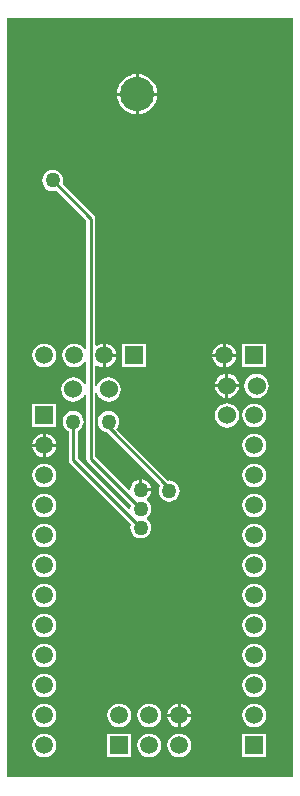
<source format=gbl>
G04 Layer_Physical_Order=2*
G04 Layer_Color=16711680*
%FSLAX24Y24*%
%MOIN*%
G70*
G01*
G75*
%ADD19C,0.0100*%
%ADD20C,0.0600*%
%ADD21R,0.0591X0.0591*%
%ADD22C,0.0591*%
%ADD23R,0.0591X0.0591*%
%ADD24C,0.0500*%
%ADD25C,0.1140*%
G36*
X9690Y153D02*
X153D01*
Y25438D01*
X9690D01*
Y153D01*
D02*
G37*
%LPC*%
G36*
X8386Y5603D02*
X8283Y5590D01*
X8186Y5550D01*
X8104Y5487D01*
X8041Y5404D01*
X8001Y5308D01*
X7987Y5205D01*
X8001Y5102D01*
X8041Y5005D01*
X8104Y4923D01*
X8186Y4859D01*
X8283Y4820D01*
X8386Y4806D01*
X8489Y4820D01*
X8585Y4859D01*
X8668Y4923D01*
X8731Y5005D01*
X8771Y5102D01*
X8785Y5205D01*
X8771Y5308D01*
X8731Y5404D01*
X8668Y5487D01*
X8585Y5550D01*
X8489Y5590D01*
X8386Y5603D01*
D02*
G37*
G36*
X1386Y6603D02*
X1283Y6590D01*
X1186Y6550D01*
X1104Y6487D01*
X1041Y6404D01*
X1001Y6308D01*
X987Y6205D01*
X1001Y6102D01*
X1041Y6005D01*
X1104Y5923D01*
X1186Y5859D01*
X1283Y5820D01*
X1386Y5806D01*
X1489Y5820D01*
X1585Y5859D01*
X1668Y5923D01*
X1731Y6005D01*
X1771Y6102D01*
X1785Y6205D01*
X1771Y6308D01*
X1731Y6404D01*
X1668Y6487D01*
X1585Y6550D01*
X1489Y6590D01*
X1386Y6603D01*
D02*
G37*
G36*
X8386D02*
X8283Y6590D01*
X8186Y6550D01*
X8104Y6487D01*
X8041Y6404D01*
X8001Y6308D01*
X7987Y6205D01*
X8001Y6102D01*
X8041Y6005D01*
X8104Y5923D01*
X8186Y5859D01*
X8283Y5820D01*
X8386Y5806D01*
X8489Y5820D01*
X8585Y5859D01*
X8668Y5923D01*
X8731Y6005D01*
X8771Y6102D01*
X8785Y6205D01*
X8771Y6308D01*
X8731Y6404D01*
X8668Y6487D01*
X8585Y6550D01*
X8489Y6590D01*
X8386Y6603D01*
D02*
G37*
G36*
X1386Y5603D02*
X1283Y5590D01*
X1186Y5550D01*
X1104Y5487D01*
X1041Y5404D01*
X1001Y5308D01*
X987Y5205D01*
X1001Y5102D01*
X1041Y5005D01*
X1104Y4923D01*
X1186Y4859D01*
X1283Y4820D01*
X1386Y4806D01*
X1489Y4820D01*
X1585Y4859D01*
X1668Y4923D01*
X1731Y5005D01*
X1771Y5102D01*
X1785Y5205D01*
X1771Y5308D01*
X1731Y5404D01*
X1668Y5487D01*
X1585Y5550D01*
X1489Y5590D01*
X1386Y5603D01*
D02*
G37*
G36*
X8386Y3603D02*
X8283Y3590D01*
X8186Y3550D01*
X8104Y3487D01*
X8041Y3404D01*
X8001Y3308D01*
X7987Y3205D01*
X8001Y3102D01*
X8041Y3005D01*
X8104Y2923D01*
X8186Y2859D01*
X8283Y2820D01*
X8386Y2806D01*
X8489Y2820D01*
X8585Y2859D01*
X8668Y2923D01*
X8731Y3005D01*
X8771Y3102D01*
X8785Y3205D01*
X8771Y3308D01*
X8731Y3404D01*
X8668Y3487D01*
X8585Y3550D01*
X8489Y3590D01*
X8386Y3603D01*
D02*
G37*
G36*
X1386Y4603D02*
X1283Y4590D01*
X1186Y4550D01*
X1104Y4487D01*
X1041Y4404D01*
X1001Y4308D01*
X987Y4205D01*
X1001Y4102D01*
X1041Y4005D01*
X1104Y3923D01*
X1186Y3859D01*
X1283Y3820D01*
X1386Y3806D01*
X1489Y3820D01*
X1585Y3859D01*
X1668Y3923D01*
X1731Y4005D01*
X1771Y4102D01*
X1785Y4205D01*
X1771Y4308D01*
X1731Y4404D01*
X1668Y4487D01*
X1585Y4550D01*
X1489Y4590D01*
X1386Y4603D01*
D02*
G37*
G36*
X8386D02*
X8283Y4590D01*
X8186Y4550D01*
X8104Y4487D01*
X8041Y4404D01*
X8001Y4308D01*
X7987Y4205D01*
X8001Y4102D01*
X8041Y4005D01*
X8104Y3923D01*
X8186Y3859D01*
X8283Y3820D01*
X8386Y3806D01*
X8489Y3820D01*
X8585Y3859D01*
X8668Y3923D01*
X8731Y4005D01*
X8771Y4102D01*
X8785Y4205D01*
X8771Y4308D01*
X8731Y4404D01*
X8668Y4487D01*
X8585Y4550D01*
X8489Y4590D01*
X8386Y4603D01*
D02*
G37*
G36*
X1386Y9603D02*
X1283Y9590D01*
X1186Y9550D01*
X1104Y9487D01*
X1041Y9404D01*
X1001Y9308D01*
X987Y9205D01*
X1001Y9102D01*
X1041Y9005D01*
X1104Y8923D01*
X1186Y8859D01*
X1283Y8820D01*
X1386Y8806D01*
X1489Y8820D01*
X1585Y8859D01*
X1668Y8923D01*
X1731Y9005D01*
X1771Y9102D01*
X1785Y9205D01*
X1771Y9308D01*
X1731Y9404D01*
X1668Y9487D01*
X1585Y9550D01*
X1489Y9590D01*
X1386Y9603D01*
D02*
G37*
G36*
X8386D02*
X8283Y9590D01*
X8186Y9550D01*
X8104Y9487D01*
X8041Y9404D01*
X8001Y9308D01*
X7987Y9205D01*
X8001Y9102D01*
X8041Y9005D01*
X8104Y8923D01*
X8186Y8859D01*
X8283Y8820D01*
X8386Y8806D01*
X8489Y8820D01*
X8585Y8859D01*
X8668Y8923D01*
X8731Y9005D01*
X8771Y9102D01*
X8785Y9205D01*
X8771Y9308D01*
X8731Y9404D01*
X8668Y9487D01*
X8585Y9550D01*
X8489Y9590D01*
X8386Y9603D01*
D02*
G37*
G36*
X3533Y12351D02*
X3442Y12339D01*
X3357Y12304D01*
X3284Y12248D01*
X3228Y12175D01*
X3192Y12089D01*
X3180Y11998D01*
X3192Y11907D01*
X3228Y11822D01*
X3284Y11748D01*
X3357Y11692D01*
X3442Y11657D01*
X3476Y11653D01*
X5255Y9874D01*
X5245Y9862D01*
X5210Y9776D01*
X5198Y9685D01*
X5210Y9594D01*
X5245Y9509D01*
X5302Y9435D01*
X5375Y9379D01*
X5460Y9344D01*
X5551Y9332D01*
X5643Y9344D01*
X5728Y9379D01*
X5801Y9435D01*
X5857Y9509D01*
X5892Y9594D01*
X5904Y9685D01*
X5892Y9776D01*
X5857Y9862D01*
X5801Y9935D01*
X5728Y9991D01*
X5643Y10026D01*
X5551Y10038D01*
X5526Y10035D01*
X3796Y11765D01*
X3839Y11822D01*
X3874Y11907D01*
X3886Y11998D01*
X3874Y12089D01*
X3839Y12175D01*
X3783Y12248D01*
X3710Y12304D01*
X3625Y12339D01*
X3533Y12351D01*
D02*
G37*
G36*
X8386Y8603D02*
X8283Y8590D01*
X8186Y8550D01*
X8104Y8487D01*
X8041Y8404D01*
X8001Y8308D01*
X7987Y8205D01*
X8001Y8102D01*
X8041Y8005D01*
X8104Y7923D01*
X8186Y7859D01*
X8283Y7820D01*
X8386Y7806D01*
X8489Y7820D01*
X8585Y7859D01*
X8668Y7923D01*
X8731Y8005D01*
X8771Y8102D01*
X8785Y8205D01*
X8771Y8308D01*
X8731Y8404D01*
X8668Y8487D01*
X8585Y8550D01*
X8489Y8590D01*
X8386Y8603D01*
D02*
G37*
G36*
X1386Y7603D02*
X1283Y7590D01*
X1186Y7550D01*
X1104Y7487D01*
X1041Y7404D01*
X1001Y7308D01*
X987Y7205D01*
X1001Y7102D01*
X1041Y7005D01*
X1104Y6923D01*
X1186Y6859D01*
X1283Y6820D01*
X1386Y6806D01*
X1489Y6820D01*
X1585Y6859D01*
X1668Y6923D01*
X1731Y7005D01*
X1771Y7102D01*
X1785Y7205D01*
X1771Y7308D01*
X1731Y7404D01*
X1668Y7487D01*
X1585Y7550D01*
X1489Y7590D01*
X1386Y7603D01*
D02*
G37*
G36*
X8386D02*
X8283Y7590D01*
X8186Y7550D01*
X8104Y7487D01*
X8041Y7404D01*
X8001Y7308D01*
X7987Y7205D01*
X8001Y7102D01*
X8041Y7005D01*
X8104Y6923D01*
X8186Y6859D01*
X8283Y6820D01*
X8386Y6806D01*
X8489Y6820D01*
X8585Y6859D01*
X8668Y6923D01*
X8731Y7005D01*
X8771Y7102D01*
X8785Y7205D01*
X8771Y7308D01*
X8731Y7404D01*
X8668Y7487D01*
X8585Y7550D01*
X8489Y7590D01*
X8386Y7603D01*
D02*
G37*
G36*
X1386Y8603D02*
X1283Y8590D01*
X1186Y8550D01*
X1104Y8487D01*
X1041Y8404D01*
X1001Y8308D01*
X987Y8205D01*
X1001Y8102D01*
X1041Y8005D01*
X1104Y7923D01*
X1186Y7859D01*
X1283Y7820D01*
X1386Y7806D01*
X1489Y7820D01*
X1585Y7859D01*
X1668Y7923D01*
X1731Y8005D01*
X1771Y8102D01*
X1785Y8205D01*
X1771Y8308D01*
X1731Y8404D01*
X1668Y8487D01*
X1585Y8550D01*
X1489Y8590D01*
X1386Y8603D01*
D02*
G37*
G36*
X8781Y1600D02*
X7991D01*
Y809D01*
X8781D01*
Y1600D01*
D02*
G37*
G36*
X1386Y2603D02*
X1283Y2590D01*
X1186Y2550D01*
X1104Y2487D01*
X1041Y2404D01*
X1001Y2308D01*
X987Y2205D01*
X1001Y2102D01*
X1041Y2005D01*
X1104Y1923D01*
X1186Y1859D01*
X1283Y1820D01*
X1386Y1806D01*
X1489Y1820D01*
X1585Y1859D01*
X1668Y1923D01*
X1731Y2005D01*
X1771Y2102D01*
X1785Y2205D01*
X1771Y2308D01*
X1731Y2404D01*
X1668Y2487D01*
X1585Y2550D01*
X1489Y2590D01*
X1386Y2603D01*
D02*
G37*
G36*
X3886D02*
X3783Y2590D01*
X3686Y2550D01*
X3604Y2487D01*
X3541Y2404D01*
X3501Y2308D01*
X3487Y2205D01*
X3501Y2102D01*
X3541Y2005D01*
X3604Y1923D01*
X3686Y1859D01*
X3783Y1820D01*
X3886Y1806D01*
X3989Y1820D01*
X4085Y1859D01*
X4168Y1923D01*
X4231Y2005D01*
X4271Y2102D01*
X4285Y2205D01*
X4271Y2308D01*
X4231Y2404D01*
X4168Y2487D01*
X4085Y2550D01*
X3989Y2590D01*
X3886Y2603D01*
D02*
G37*
G36*
X4281Y1600D02*
X3491D01*
Y809D01*
X4281D01*
Y1600D01*
D02*
G37*
G36*
X1386Y1603D02*
X1283Y1590D01*
X1186Y1550D01*
X1104Y1487D01*
X1041Y1404D01*
X1001Y1308D01*
X987Y1205D01*
X1001Y1102D01*
X1041Y1005D01*
X1104Y923D01*
X1186Y859D01*
X1283Y820D01*
X1386Y806D01*
X1489Y820D01*
X1585Y859D01*
X1668Y923D01*
X1731Y1005D01*
X1771Y1102D01*
X1785Y1205D01*
X1771Y1308D01*
X1731Y1404D01*
X1668Y1487D01*
X1585Y1550D01*
X1489Y1590D01*
X1386Y1603D01*
D02*
G37*
G36*
X4886D02*
X4783Y1590D01*
X4686Y1550D01*
X4604Y1487D01*
X4541Y1404D01*
X4501Y1308D01*
X4487Y1205D01*
X4501Y1102D01*
X4541Y1005D01*
X4604Y923D01*
X4686Y859D01*
X4783Y820D01*
X4886Y806D01*
X4989Y820D01*
X5085Y859D01*
X5168Y923D01*
X5231Y1005D01*
X5271Y1102D01*
X5285Y1205D01*
X5271Y1308D01*
X5231Y1404D01*
X5168Y1487D01*
X5085Y1550D01*
X4989Y1590D01*
X4886Y1603D01*
D02*
G37*
G36*
X5886D02*
X5783Y1590D01*
X5686Y1550D01*
X5604Y1487D01*
X5541Y1404D01*
X5501Y1308D01*
X5487Y1205D01*
X5501Y1102D01*
X5541Y1005D01*
X5604Y923D01*
X5686Y859D01*
X5783Y820D01*
X5886Y806D01*
X5989Y820D01*
X6085Y859D01*
X6168Y923D01*
X6231Y1005D01*
X6271Y1102D01*
X6285Y1205D01*
X6271Y1308D01*
X6231Y1404D01*
X6168Y1487D01*
X6085Y1550D01*
X5989Y1590D01*
X5886Y1603D01*
D02*
G37*
G36*
X5836Y2597D02*
X5783Y2590D01*
X5686Y2550D01*
X5604Y2487D01*
X5541Y2404D01*
X5501Y2308D01*
X5494Y2255D01*
X5836D01*
Y2597D01*
D02*
G37*
G36*
X5936D02*
Y2255D01*
X6278D01*
X6271Y2308D01*
X6231Y2404D01*
X6168Y2487D01*
X6085Y2550D01*
X5989Y2590D01*
X5936Y2597D01*
D02*
G37*
G36*
X1386Y3603D02*
X1283Y3590D01*
X1186Y3550D01*
X1104Y3487D01*
X1041Y3404D01*
X1001Y3308D01*
X987Y3205D01*
X1001Y3102D01*
X1041Y3005D01*
X1104Y2923D01*
X1186Y2859D01*
X1283Y2820D01*
X1386Y2806D01*
X1489Y2820D01*
X1585Y2859D01*
X1668Y2923D01*
X1731Y3005D01*
X1771Y3102D01*
X1785Y3205D01*
X1771Y3308D01*
X1731Y3404D01*
X1668Y3487D01*
X1585Y3550D01*
X1489Y3590D01*
X1386Y3603D01*
D02*
G37*
G36*
X6278Y2155D02*
X5936D01*
Y1813D01*
X5989Y1820D01*
X6085Y1859D01*
X6168Y1923D01*
X6231Y2005D01*
X6271Y2102D01*
X6278Y2155D01*
D02*
G37*
G36*
X4886Y2603D02*
X4783Y2590D01*
X4686Y2550D01*
X4604Y2487D01*
X4541Y2404D01*
X4501Y2308D01*
X4487Y2205D01*
X4501Y2102D01*
X4541Y2005D01*
X4604Y1923D01*
X4686Y1859D01*
X4783Y1820D01*
X4886Y1806D01*
X4989Y1820D01*
X5085Y1859D01*
X5168Y1923D01*
X5231Y2005D01*
X5271Y2102D01*
X5285Y2205D01*
X5271Y2308D01*
X5231Y2404D01*
X5168Y2487D01*
X5085Y2550D01*
X4989Y2590D01*
X4886Y2603D01*
D02*
G37*
G36*
X8386D02*
X8283Y2590D01*
X8186Y2550D01*
X8104Y2487D01*
X8041Y2404D01*
X8001Y2308D01*
X7987Y2205D01*
X8001Y2102D01*
X8041Y2005D01*
X8104Y1923D01*
X8186Y1859D01*
X8283Y1820D01*
X8386Y1806D01*
X8489Y1820D01*
X8585Y1859D01*
X8668Y1923D01*
X8731Y2005D01*
X8771Y2102D01*
X8785Y2205D01*
X8771Y2308D01*
X8731Y2404D01*
X8668Y2487D01*
X8585Y2550D01*
X8489Y2590D01*
X8386Y2603D01*
D02*
G37*
G36*
X5836Y2155D02*
X5494D01*
X5501Y2102D01*
X5541Y2005D01*
X5604Y1923D01*
X5686Y1859D01*
X5783Y1820D01*
X5836Y1813D01*
Y2155D01*
D02*
G37*
G36*
X4656Y10071D02*
Y9774D01*
X4953D01*
X4947Y9816D01*
X4912Y9901D01*
X4856Y9974D01*
X4783Y10030D01*
X4698Y10065D01*
X4656Y10071D01*
D02*
G37*
G36*
X3778Y14155D02*
X3436D01*
Y13813D01*
X3489Y13820D01*
X3585Y13859D01*
X3668Y13923D01*
X3731Y14005D01*
X3771Y14102D01*
X3778Y14155D01*
D02*
G37*
G36*
X7778D02*
X7436D01*
Y13813D01*
X7489Y13820D01*
X7585Y13859D01*
X7668Y13923D01*
X7731Y14005D01*
X7771Y14102D01*
X7778Y14155D01*
D02*
G37*
G36*
X7336Y14597D02*
X7283Y14590D01*
X7186Y14550D01*
X7104Y14487D01*
X7041Y14404D01*
X7001Y14308D01*
X6994Y14255D01*
X7336D01*
Y14597D01*
D02*
G37*
G36*
Y14155D02*
X6994D01*
X7001Y14102D01*
X7041Y14005D01*
X7104Y13923D01*
X7186Y13859D01*
X7283Y13820D01*
X7336Y13813D01*
Y14155D01*
D02*
G37*
G36*
X1386Y14603D02*
X1283Y14590D01*
X1186Y14550D01*
X1104Y14487D01*
X1041Y14404D01*
X1001Y14308D01*
X987Y14205D01*
X1001Y14102D01*
X1041Y14005D01*
X1104Y13923D01*
X1186Y13859D01*
X1283Y13820D01*
X1386Y13806D01*
X1489Y13820D01*
X1585Y13859D01*
X1668Y13923D01*
X1731Y14005D01*
X1771Y14102D01*
X1785Y14205D01*
X1771Y14308D01*
X1731Y14404D01*
X1668Y14487D01*
X1585Y14550D01*
X1489Y14590D01*
X1386Y14603D01*
D02*
G37*
G36*
X4781Y14600D02*
X3991D01*
Y13809D01*
X4781D01*
Y14600D01*
D02*
G37*
G36*
X8781D02*
X7991D01*
Y13809D01*
X8781D01*
Y14600D01*
D02*
G37*
G36*
X5157Y22863D02*
X4538D01*
Y22245D01*
X4620Y22253D01*
X4746Y22291D01*
X4862Y22354D01*
X4964Y22437D01*
X5048Y22539D01*
X5110Y22656D01*
X5149Y22782D01*
X5157Y22863D01*
D02*
G37*
G36*
X4438Y23582D02*
X4357Y23574D01*
X4231Y23535D01*
X4114Y23473D01*
X4012Y23389D01*
X3928Y23287D01*
X3866Y23171D01*
X3828Y23045D01*
X3820Y22963D01*
X4438D01*
Y23582D01*
D02*
G37*
G36*
X4538D02*
Y22963D01*
X5157D01*
X5149Y23045D01*
X5110Y23171D01*
X5048Y23287D01*
X4964Y23389D01*
X4862Y23473D01*
X4746Y23535D01*
X4620Y23574D01*
X4538Y23582D01*
D02*
G37*
G36*
X4438Y22863D02*
X3820D01*
X3828Y22782D01*
X3866Y22656D01*
X3928Y22539D01*
X4012Y22437D01*
X4114Y22354D01*
X4231Y22291D01*
X4357Y22253D01*
X4438Y22245D01*
Y22863D01*
D02*
G37*
G36*
X3436Y14597D02*
Y14255D01*
X3778D01*
X3771Y14308D01*
X3731Y14404D01*
X3668Y14487D01*
X3585Y14550D01*
X3489Y14590D01*
X3436Y14597D01*
D02*
G37*
G36*
X7436D02*
Y14255D01*
X7778D01*
X7771Y14308D01*
X7731Y14404D01*
X7668Y14487D01*
X7585Y14550D01*
X7489Y14590D01*
X7436Y14597D01*
D02*
G37*
G36*
X1672Y20392D02*
X1580Y20380D01*
X1495Y20345D01*
X1422Y20289D01*
X1366Y20216D01*
X1331Y20131D01*
X1319Y20039D01*
X1331Y19948D01*
X1366Y19863D01*
X1422Y19790D01*
X1495Y19734D01*
X1580Y19698D01*
X1672Y19686D01*
X1763Y19698D01*
X1786Y19708D01*
X2788Y18707D01*
Y14398D01*
X2738Y14388D01*
X2731Y14404D01*
X2668Y14487D01*
X2585Y14550D01*
X2489Y14590D01*
X2386Y14603D01*
X2283Y14590D01*
X2186Y14550D01*
X2104Y14487D01*
X2041Y14404D01*
X2001Y14308D01*
X1987Y14205D01*
X2001Y14102D01*
X2041Y14005D01*
X2104Y13923D01*
X2186Y13859D01*
X2283Y13820D01*
X2386Y13806D01*
X2489Y13820D01*
X2585Y13859D01*
X2668Y13923D01*
X2731Y14005D01*
X2738Y14021D01*
X2788Y14011D01*
Y13220D01*
X2738Y13210D01*
X2712Y13273D01*
X2647Y13356D01*
X2564Y13420D01*
X2467Y13461D01*
X2362Y13474D01*
X2258Y13461D01*
X2160Y13420D01*
X2077Y13356D01*
X2013Y13273D01*
X1972Y13175D01*
X1959Y13071D01*
X1972Y12966D01*
X2013Y12869D01*
X2077Y12786D01*
X2160Y12721D01*
X2258Y12681D01*
X2362Y12667D01*
X2467Y12681D01*
X2564Y12721D01*
X2647Y12786D01*
X2712Y12869D01*
X2738Y12932D01*
X2788Y12922D01*
Y10760D01*
X2799Y10702D01*
X2832Y10652D01*
X4275Y9209D01*
X4265Y9186D01*
X4254Y9103D01*
X4210Y9077D01*
X2505Y10782D01*
Y11683D01*
X2529Y11692D01*
X2602Y11748D01*
X2658Y11822D01*
X2693Y11907D01*
X2705Y11998D01*
X2693Y12089D01*
X2658Y12175D01*
X2602Y12248D01*
X2529Y12304D01*
X2444Y12339D01*
X2352Y12351D01*
X2261Y12339D01*
X2176Y12304D01*
X2103Y12248D01*
X2047Y12175D01*
X2011Y12089D01*
X1999Y11998D01*
X2011Y11907D01*
X2047Y11822D01*
X2103Y11748D01*
X2176Y11692D01*
X2199Y11683D01*
Y10718D01*
X2211Y10660D01*
X2244Y10610D01*
X4275Y8580D01*
X4265Y8556D01*
X4253Y8465D01*
X4265Y8373D01*
X4301Y8288D01*
X4357Y8215D01*
X4430Y8159D01*
X4515Y8124D01*
X4606Y8112D01*
X4698Y8124D01*
X4783Y8159D01*
X4856Y8215D01*
X4912Y8288D01*
X4947Y8373D01*
X4959Y8465D01*
X4947Y8556D01*
X4912Y8641D01*
X4856Y8714D01*
X4811Y8749D01*
Y8811D01*
X4856Y8845D01*
X4912Y8918D01*
X4947Y9003D01*
X4959Y9094D01*
X4947Y9186D01*
X4912Y9271D01*
X4856Y9344D01*
X4811Y9378D01*
X4811Y9440D01*
X4856Y9475D01*
X4912Y9548D01*
X4947Y9633D01*
X4953Y9674D01*
X4606D01*
Y9724D01*
X4556D01*
Y10071D01*
X4515Y10065D01*
X4430Y10030D01*
X4357Y9974D01*
X4301Y9901D01*
X4265Y9816D01*
X4254Y9733D01*
X4210Y9707D01*
X3093Y10824D01*
Y12965D01*
X3143Y12968D01*
X3144Y12966D01*
X3184Y12869D01*
X3248Y12786D01*
X3332Y12721D01*
X3429Y12681D01*
X3533Y12667D01*
X3638Y12681D01*
X3735Y12721D01*
X3819Y12786D01*
X3883Y12869D01*
X3923Y12966D01*
X3937Y13071D01*
X3923Y13175D01*
X3883Y13273D01*
X3819Y13356D01*
X3735Y13420D01*
X3638Y13461D01*
X3533Y13474D01*
X3429Y13461D01*
X3332Y13420D01*
X3248Y13356D01*
X3184Y13273D01*
X3144Y13175D01*
X3143Y13173D01*
X3093Y13177D01*
Y13868D01*
X3143Y13892D01*
X3186Y13859D01*
X3283Y13820D01*
X3336Y13813D01*
Y14205D01*
Y14597D01*
X3283Y14590D01*
X3186Y14550D01*
X3143Y14517D01*
X3093Y14542D01*
Y18770D01*
X3082Y18829D01*
X3049Y18879D01*
X2003Y19924D01*
X2013Y19948D01*
X2025Y20039D01*
X2013Y20131D01*
X1977Y20216D01*
X1921Y20289D01*
X1848Y20345D01*
X1763Y20380D01*
X1672Y20392D01*
D02*
G37*
G36*
X7530Y13586D02*
Y13239D01*
X7877D01*
X7870Y13293D01*
X7830Y13391D01*
X7766Y13474D01*
X7682Y13538D01*
X7585Y13579D01*
X7530Y13586D01*
D02*
G37*
G36*
X1778Y11155D02*
X1436D01*
Y10813D01*
X1489Y10820D01*
X1585Y10859D01*
X1668Y10923D01*
X1731Y11005D01*
X1771Y11102D01*
X1778Y11155D01*
D02*
G37*
G36*
X1336Y11597D02*
X1283Y11590D01*
X1186Y11550D01*
X1104Y11487D01*
X1041Y11404D01*
X1001Y11308D01*
X994Y11255D01*
X1336D01*
Y11597D01*
D02*
G37*
G36*
X1436D02*
Y11255D01*
X1778D01*
X1771Y11308D01*
X1731Y11404D01*
X1668Y11487D01*
X1585Y11550D01*
X1489Y11590D01*
X1436Y11597D01*
D02*
G37*
G36*
X1336Y11155D02*
X994D01*
X1001Y11102D01*
X1041Y11005D01*
X1104Y10923D01*
X1186Y10859D01*
X1283Y10820D01*
X1336Y10813D01*
Y11155D01*
D02*
G37*
G36*
X1386Y10603D02*
X1283Y10590D01*
X1186Y10550D01*
X1104Y10487D01*
X1041Y10404D01*
X1001Y10308D01*
X987Y10205D01*
X1001Y10102D01*
X1041Y10005D01*
X1104Y9923D01*
X1186Y9859D01*
X1283Y9820D01*
X1386Y9806D01*
X1489Y9820D01*
X1585Y9859D01*
X1668Y9923D01*
X1731Y10005D01*
X1771Y10102D01*
X1785Y10205D01*
X1771Y10308D01*
X1731Y10404D01*
X1668Y10487D01*
X1585Y10550D01*
X1489Y10590D01*
X1386Y10603D01*
D02*
G37*
G36*
X8386D02*
X8283Y10590D01*
X8186Y10550D01*
X8104Y10487D01*
X8041Y10404D01*
X8001Y10308D01*
X7987Y10205D01*
X8001Y10102D01*
X8041Y10005D01*
X8104Y9923D01*
X8186Y9859D01*
X8283Y9820D01*
X8386Y9806D01*
X8489Y9820D01*
X8585Y9859D01*
X8668Y9923D01*
X8731Y10005D01*
X8771Y10102D01*
X8785Y10205D01*
X8771Y10308D01*
X8731Y10404D01*
X8668Y10487D01*
X8585Y10550D01*
X8489Y10590D01*
X8386Y10603D01*
D02*
G37*
G36*
Y11603D02*
X8283Y11590D01*
X8186Y11550D01*
X8104Y11487D01*
X8041Y11404D01*
X8001Y11308D01*
X7987Y11205D01*
X8001Y11102D01*
X8041Y11005D01*
X8104Y10923D01*
X8186Y10859D01*
X8283Y10820D01*
X8386Y10806D01*
X8489Y10820D01*
X8585Y10859D01*
X8668Y10923D01*
X8731Y11005D01*
X8771Y11102D01*
X8785Y11205D01*
X8771Y11308D01*
X8731Y11404D01*
X8668Y11487D01*
X8585Y11550D01*
X8489Y11590D01*
X8386Y11603D01*
D02*
G37*
G36*
X7430Y13139D02*
X7083D01*
X7091Y13085D01*
X7131Y12987D01*
X7195Y12904D01*
X7279Y12840D01*
X7376Y12799D01*
X7430Y12792D01*
Y13139D01*
D02*
G37*
G36*
X7877D02*
X7530D01*
Y12792D01*
X7585Y12799D01*
X7682Y12840D01*
X7766Y12904D01*
X7830Y12987D01*
X7870Y13085D01*
X7877Y13139D01*
D02*
G37*
G36*
X7430Y13586D02*
X7376Y13579D01*
X7279Y13538D01*
X7195Y13474D01*
X7131Y13391D01*
X7091Y13293D01*
X7083Y13239D01*
X7430D01*
Y13586D01*
D02*
G37*
G36*
X8465Y13592D02*
X8360Y13579D01*
X8263Y13538D01*
X8179Y13474D01*
X8115Y13391D01*
X8075Y13293D01*
X8061Y13189D01*
X8075Y13085D01*
X8115Y12987D01*
X8179Y12904D01*
X8263Y12840D01*
X8360Y12799D01*
X8465Y12786D01*
X8569Y12799D01*
X8666Y12840D01*
X8750Y12904D01*
X8814Y12987D01*
X8854Y13085D01*
X8868Y13189D01*
X8854Y13293D01*
X8814Y13391D01*
X8750Y13474D01*
X8666Y13538D01*
X8569Y13579D01*
X8465Y13592D01*
D02*
G37*
G36*
X7480Y12608D02*
X7376Y12594D01*
X7279Y12554D01*
X7195Y12490D01*
X7131Y12406D01*
X7091Y12309D01*
X7077Y12205D01*
X7091Y12100D01*
X7131Y12003D01*
X7195Y11919D01*
X7279Y11855D01*
X7376Y11815D01*
X7480Y11801D01*
X7585Y11815D01*
X7682Y11855D01*
X7766Y11919D01*
X7830Y12003D01*
X7870Y12100D01*
X7884Y12205D01*
X7870Y12309D01*
X7830Y12406D01*
X7766Y12490D01*
X7682Y12554D01*
X7585Y12594D01*
X7480Y12608D01*
D02*
G37*
G36*
X8386Y12603D02*
X8283Y12590D01*
X8186Y12550D01*
X8104Y12487D01*
X8041Y12404D01*
X8001Y12308D01*
X7987Y12205D01*
X8001Y12102D01*
X8041Y12005D01*
X8104Y11923D01*
X8186Y11859D01*
X8283Y11820D01*
X8386Y11806D01*
X8489Y11820D01*
X8585Y11859D01*
X8668Y11923D01*
X8731Y12005D01*
X8771Y12102D01*
X8785Y12205D01*
X8771Y12308D01*
X8731Y12404D01*
X8668Y12487D01*
X8585Y12550D01*
X8489Y12590D01*
X8386Y12603D01*
D02*
G37*
G36*
X1781Y12600D02*
X991D01*
Y11809D01*
X1781D01*
Y12600D01*
D02*
G37*
%LPD*%
D19*
X5551Y9685D02*
Y9793D01*
X3533Y11811D02*
X5551Y9793D01*
X3533Y11811D02*
Y11998D01*
X2352Y10718D02*
X4606Y8465D01*
X2352Y10718D02*
Y11998D01*
X2941Y10760D02*
Y18770D01*
Y10760D02*
X4606Y9094D01*
X1672Y20039D02*
X2941Y18770D01*
D20*
X3533Y13071D02*
D03*
X2362D02*
D03*
X8465Y13189D02*
D03*
X7480Y12205D02*
D03*
Y13189D02*
D03*
D21*
X4386Y14205D02*
D03*
X3886Y1205D02*
D03*
X8386Y14205D02*
D03*
D22*
X3386D02*
D03*
X2386D02*
D03*
X1386D02*
D03*
X5886Y2205D02*
D03*
Y1205D02*
D03*
X4886Y2205D02*
D03*
Y1205D02*
D03*
X3886Y2205D02*
D03*
X1386Y11205D02*
D03*
Y10205D02*
D03*
Y9205D02*
D03*
Y8205D02*
D03*
Y7205D02*
D03*
Y6205D02*
D03*
Y5205D02*
D03*
Y4205D02*
D03*
Y3205D02*
D03*
Y2205D02*
D03*
Y1205D02*
D03*
X8386Y2205D02*
D03*
Y3205D02*
D03*
Y4205D02*
D03*
Y5205D02*
D03*
Y6205D02*
D03*
Y7205D02*
D03*
Y8205D02*
D03*
Y9205D02*
D03*
Y10205D02*
D03*
Y11205D02*
D03*
Y12205D02*
D03*
X7386Y14205D02*
D03*
D23*
X1386Y12205D02*
D03*
X8386Y1205D02*
D03*
D24*
X2352Y11998D02*
D03*
X3533D02*
D03*
X4606Y9724D02*
D03*
X4606Y9094D02*
D03*
Y8465D02*
D03*
X5551Y9685D02*
D03*
X1672Y20039D02*
D03*
D25*
X4488Y22913D02*
D03*
M02*

</source>
